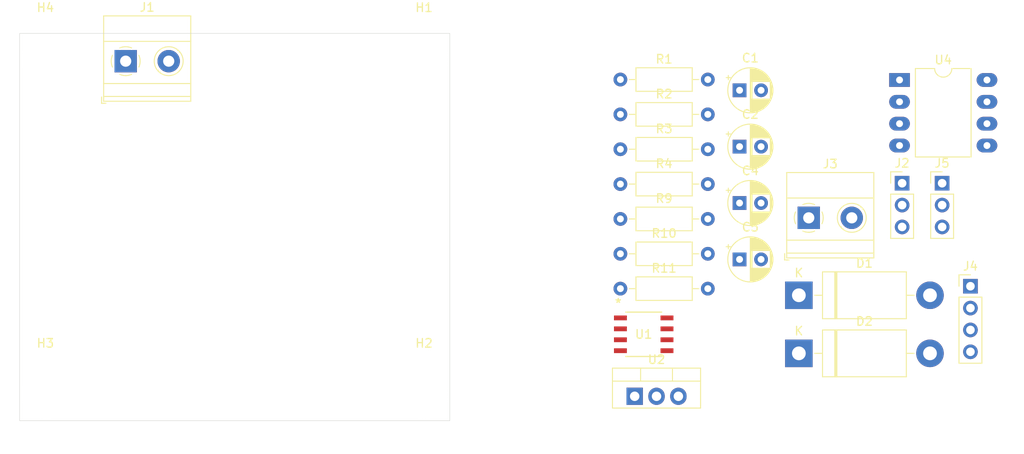
<source format=kicad_pcb>
(kicad_pcb (version 20240108) (generator "pcbnew") (generator_version "8.0")
  (layers (0 "F.Cu" signal) (31 "B.Cu" signal) (34 "B.Paste" user) (35 "F.Paste" user) (36 "B.SilkS" user "B.Silkscreen") (37 "F.SilkS" user "F.Silkscreen") (38 "B.Mask" user) (39 "F.Mask" user) (44 "Edge.Cuts" user))
  (net 0 "")
  (net 1 "Net-(D1-A)")
  (net 2 "GND")
  (net 3 "+5V")
  (net 4 "+3.3V")
  (net 5 "Net-(D2-A)")
  (net 6 "Vcurrent")
  (net 7 "Vpanel")
  (net 8 "Net-(U4A-+)")
  (net 9 "Vout")
  (net 10 "Vamp1")
  (net 11 "Net-(U4B-+)")
  (net 12 "DIR")
  (net 13 "POT_CS")
  (net 14 "STEP")
  (net 15 "Pot-")
  (net 17 "Pot+")
  (footprint "Diode_THT:D_DO-201AD_P15.24mm_Horizontal" (layer "F.Cu") (at 112.56 92.68)
    (property "Reference" "D2" (at 7.62 -3.72 0) (layer "F.SilkS"))
    (property "Value" "1N5822")
    (fp_text user "K" (at 0 -2.6 0) (layer "F.SilkS"))
    (pad "1" thru_hole rect (at 0 0) (size 3.2 3.2) (drill 1.6) (layers "*.Cu" "*.Mask") (net 4 "+3.3V"))
    (pad "2" thru_hole oval (at 15.24 0) (size 3.2 3.2) (drill 1.6) (layers "*.Cu" "*.Mask") (net 5 "Net-(D2-A)"))
  )
  (footprint "Capacitor_THT:CP_Radial_D5.0mm_P2.50mm" (layer "F.Cu") (at 105.669775 62.11)
    (property "Reference" "C1" (at 1.25 -3.75 0) (layer "F.SilkS"))
    (property "Value" "1u")
    (pad "1" thru_hole rect (at 0 0) (size 1.6 1.6) (drill 0.8) (layers "*.Cu" "*.Mask") (net 1 "Net-(D1-A)"))
    (pad "2" thru_hole circle (at 2.5 0) (size 1.6 1.6) (drill 0.8) (layers "*.Cu" "*.Mask") (net 2 "GND"))
  )
  (footprint "Connector_PinHeader_2.54mm:PinHeader_1x04_P2.54mm_Vertical" (layer "F.Cu") (at 132.5 84.88)
    (property "Reference" "J4" (at 0 -2.33 0) (layer "F.SilkS"))
    (property "Value" "Conn_01x04_Pin")
    (pad "1" thru_hole rect (at 0 0) (size 1.7 1.7) (drill 1) (layers "*.Cu" "*.Mask") (net 2 "GND"))
    (pad "2" thru_hole oval (at 0 2.54) (size 1.7 1.7) (drill 1) (layers "*.Cu" "*.Mask") (net 1 "Net-(D1-A)"))
    (pad "3" thru_hole oval (at 0 5.08) (size 1.7 1.7) (drill 1) (layers "*.Cu" "*.Mask") (net 5 "Net-(D2-A)"))
    (pad "4" thru_hole oval (at 0 7.62) (size 1.7 1.7) (drill 1) (layers "*.Cu" "*.Mask") (net 4 "+3.3V"))
  )
  (footprint "footprints:SOIC8_3P9116X4P9022_INR" (layer "F.Cu") (at 94.5296 90.4663)
    (property "Reference" "U1" (at 0 0 0) (layer "F.SilkS"))
    (property "Value" "X9C103S")
    (fp_text user "*" (at -2.9591 -3.6068 0) (layer "F.SilkS"))
    (fp_text user "*" (at -2.9591 -3.6068 0) (layer "F.SilkS"))
    (pad "1" smd rect (at -2.7051 -1.905) (size 1.4986 0.5588) (layers "F.Cu" "F.Paste" "F.Mask") (net 14 "STEP"))
    (pad "2" smd rect (at -2.7051 -0.635) (size 1.4986 0.5588) (layers "F.Cu" "F.Paste" "F.Mask") (net 12 "DIR"))
    (pad "3" smd rect (at -2.7051 0.635) (size 1.4986 0.5588) (layers "F.Cu" "F.Paste" "F.Mask"))
    (pad "4" smd rect (at -2.7051 1.905) (size 1.4986 0.5588) (layers "F.Cu" "F.Paste" "F.Mask") (net 2 "GND"))
    (pad "5" smd rect (at 2.7051 1.905) (size 1.4986 0.5588) (layers "F.Cu" "F.Paste" "F.Mask") (net 17 "Pot+"))
    (pad "6" smd rect (at 2.7051 0.635) (size 1.4986 0.5588) (layers "F.Cu" "F.Paste" "F.Mask") (net 15 "Pot-"))
    (pad "7" smd rect (at 2.7051 -0.635) (size 1.4986 0.5588) (layers "F.Cu" "F.Paste" "F.Mask") (net 13 "POT_CS"))
    (pad "8" smd rect (at 2.7051 -1.905) (size 1.4986 0.5588) (layers "F.Cu" "F.Paste" "F.Mask") (net 3 "+5V"))
  )
  (footprint "Resistor_THT:R_Axial_DIN0207_L6.3mm_D2.5mm_P10.16mm_Horizontal" (layer "F.Cu") (at 91.82 73.01)
    (property "Reference" "R4" (at 5.08 -2.37 0) (layer "F.SilkS"))
    (property "Value" "4.7k")
    (pad "1" thru_hole circle (at 0 0) (size 1.6 1.6) (drill 0.8) (layers "*.Cu" "*.Mask") (net 10 "Vamp1"))
    (pad "2" thru_hole oval (at 10.16 0) (size 1.6 1.6) (drill 0.8) (layers "*.Cu" "*.Mask") (net 5 "Net-(D2-A)"))
  )
  (footprint "Package_TO_SOT_THT:TO-220-3_Vertical" (layer "F.Cu") (at 93.48 97.67)
    (property "Reference" "U2" (at 2.54 -4.27 0) (layer "F.SilkS"))
    (property "Value" "AMS1117-3.3")
    (pad "1" thru_hole rect (at 0 0) (size 1.905 2) (drill 1.1) (layers "*.Cu" "*.Mask") (net 2 "GND"))
    (pad "2" thru_hole oval (at 2.54 0) (size 1.905 2) (drill 1.1) (layers "*.Cu" "*.Mask") (net 4 "+3.3V"))
    (pad "3" thru_hole oval (at 5.08 0) (size 1.905 2) (drill 1.1) (layers "*.Cu" "*.Mask") (net 3 "+5V"))
  )
  (footprint "TerminalBlock_Phoenix:TerminalBlock_Phoenix_MKDS-1,5-2_1x02_P5.00mm_Horizontal" (layer "F.Cu") (at 113.71 76.93)
    (property "Reference" "J3" (at 2.5 -6.26 0) (layer "F.SilkS"))
    (property "Value" "Screw_Terminal_01x02")
    (pad "1" thru_hole rect (at 0 0) (size 2.6 2.6) (drill 1.3) (layers "*.Cu" "*.Mask") (net 2 "GND"))
    (pad "2" thru_hole circle (at 5 0) (size 2.6 2.6) (drill 1.3) (layers "*.Cu" "*.Mask") (net 3 "+5V"))
  )
  (footprint "Capacitor_THT:CP_Radial_D5.0mm_P2.50mm" (layer "F.Cu") (at 105.669775 81.76)
    (property "Reference" "C5" (at 1.25 -3.75 0) (layer "F.SilkS"))
    (property "Value" "10u")
    (pad "1" thru_hole rect (at 0 0) (size 1.6 1.6) (drill 0.8) (layers "*.Cu" "*.Mask") (net 4 "+3.3V"))
    (pad "2" thru_hole circle (at 2.5 0) (size 1.6 1.6) (drill 0.8) (layers "*.Cu" "*.Mask") (net 2 "GND"))
  )
  (footprint "Connector_PinHeader_2.54mm:PinHeader_1x03_P2.54mm_Vertical" (layer "F.Cu") (at 129.21 72.91)
    (property "Reference" "J5" (at 0 -2.33 0) (layer "F.SilkS"))
    (property "Value" "Conn_01x03_Pin")
    (pad "1" thru_hole rect (at 0 0) (size 1.7 1.7) (drill 1) (layers "*.Cu" "*.Mask") (net 13 "POT_CS"))
    (pad "2" thru_hole oval (at 0 2.54) (size 1.7 1.7) (drill 1) (layers "*.Cu" "*.Mask") (net 12 "DIR"))
    (pad "3" thru_hole oval (at 0 5.08) (size 1.7 1.7) (drill 1) (layers "*.Cu" "*.Mask") (net 14 "STEP"))
  )
  (footprint "MountingHole:MountingHole_5mm" (layer "F.Cu") (at 69 97.5)
    (property "Reference" "H2" (at 0 -6 0) (layer "F.SilkS"))
    (property "Value" "MountingHole")
    (pad "" np_thru_hole circle (at 0 0) (size 5 5) (drill 5) (layers "*.Cu" "*.Mask"))
  )
  (footprint "Resistor_THT:R_Axial_DIN0207_L6.3mm_D2.5mm_P10.16mm_Horizontal" (layer "F.Cu") (at 91.82 85.16)
    (property "Reference" "R11" (at 5.08 -2.37 0) (layer "F.SilkS"))
    (property "Value" "100k")
    (pad "1" thru_hole circle (at 0 0) (size 1.6 1.6) (drill 0.8) (layers "*.Cu" "*.Mask") (net 11 "Net-(U4B-+)"))
    (pad "2" thru_hole oval (at 10.16 0) (size 1.6 1.6) (drill 0.8) (layers "*.Cu" "*.Mask") (net 7 "Vpanel"))
  )
  (footprint "Capacitor_THT:CP_Radial_D5.0mm_P2.50mm" (layer "F.Cu") (at 105.669775 75.21)
    (property "Reference" "C4" (at 1.25 -3.75 0) (layer "F.SilkS"))
    (property "Value" "10u")
    (pad "1" thru_hole rect (at 0 0) (size 1.6 1.6) (drill 0.8) (layers "*.Cu" "*.Mask") (net 3 "+5V"))
    (pad "2" thru_hole circle (at 2.5 0) (size 1.6 1.6) (drill 0.8) (layers "*.Cu" "*.Mask") (net 2 "GND"))
  )
  (footprint "Resistor_THT:R_Axial_DIN0207_L6.3mm_D2.5mm_P10.16mm_Horizontal" (layer "F.Cu") (at 91.82 64.91)
    (property "Reference" "R2" (at 5.08 -2.37 0) (layer "F.SilkS"))
    (property "Value" "10k")
    (pad "1" thru_hole circle (at 0 0) (size 1.6 1.6) (drill 0.8) (layers "*.Cu" "*.Mask") (net 8 "Net-(U4A-+)"))
    (pad "2" thru_hole oval (at 10.16 0) (size 1.6 1.6) (drill 0.8) (layers "*.Cu" "*.Mask") (net 2 "GND"))
  )
  (footprint "MountingHole:MountingHole_5mm" (layer "F.Cu") (at 25 97.5)
    (property "Reference" "H3" (at 0 -6 0) (layer "F.SilkS"))
    (property "Value" "MountingHole")
    (pad "" np_thru_hole circle (at 0 0) (size 5 5) (drill 5) (layers "*.Cu" "*.Mask"))
  )
  (footprint "Connector_PinHeader_2.54mm:PinHeader_1x03_P2.54mm_Vertical" (layer "F.Cu") (at 124.56 72.91)
    (property "Reference" "J2" (at 0 -2.33 0) (layer "F.SilkS"))
    (property "Value" "Conn_01x03_Socket")
    (pad "1" thru_hole rect (at 0 0) (size 1.7 1.7) (drill 1) (layers "*.Cu" "*.Mask") (net 3 "+5V"))
    (pad "2" thru_hole oval (at 0 2.54) (size 1.7 1.7) (drill 1) (layers "*.Cu" "*.Mask") (net 6 "Vcurrent"))
    (pad "3" thru_hole oval (at 0 5.08) (size 1.7 1.7) (drill 1) (layers "*.Cu" "*.Mask") (net 2 "GND"))
  )
  (footprint "TerminalBlock_Phoenix:TerminalBlock_Phoenix_MKDS-1,5-2_1x02_P5.00mm_Horizontal" (layer "F.Cu") (at 34.33 58.725)
    (property "Reference" "J1" (at 2.5 -6.26 0) (layer "F.SilkS"))
    (property "Value" "Screw_Terminal_01x02")
    (pad "1" thru_hole rect (at 0 0) (size 2.6 2.6) (drill 1.3) (layers "*.Cu" "*.Mask") (net 2 "GND"))
    (pad "2" thru_hole circle (at 5 0) (size 2.6 2.6) (drill 1.3) (layers "*.Cu" "*.Mask") (net 7 "Vpanel"))
  )
  (footprint "Capacitor_THT:CP_Radial_D5.0mm_P2.50mm" (layer "F.Cu") (at 105.669775 68.66)
    (property "Reference" "C2" (at 1.25 -3.75 0) (layer "F.SilkS"))
    (property "Value" "1u")
    (pad "1" thru_hole rect (at 0 0) (size 1.6 1.6) (drill 0.8) (layers "*.Cu" "*.Mask") (net 5 "Net-(D2-A)"))
    (pad "2" thru_hole circle (at 2.5 0) (size 1.6 1.6) (drill 0.8) (layers "*.Cu" "*.Mask") (net 2 "GND"))
  )
  (footprint "Package_DIP:DIP-8_W10.16mm_LongPads" (layer "F.Cu") (at 124.26 60.91)
    (property "Reference" "U4" (at 5.08 -2.33 0) (layer "F.SilkS"))
    (property "Value" "LM358")
    (pad "1" thru_hole rect (at 0 0) (size 2.4 1.6) (drill 0.8) (layers "*.Cu" "*.Mask") (net 10 "Vamp1"))
    (pad "2" thru_hole oval (at 0 2.54) (size 2.4 1.6) (drill 0.8) (layers "*.Cu" "*.Mask") (net 10 "Vamp1"))
    (pad "3" thru_hole oval (at 0 5.08) (size 2.4 1.6) (drill 0.8) (layers "*.Cu" "*.Mask") (net 8 "Net-(U4A-+)"))
    (pad "4" thru_hole oval (at 0 7.62) (size 2.4 1.6) (drill 0.8) (layers "*.Cu" "*.Mask") (net 2 "GND"))
    (pad "5" thru_hole oval (at 10.16 7.62) (size 2.4 1.6) (drill 0.8) (layers "*.Cu" "*.Mask") (net 11 "Net-(U4B-+)"))
    (pad "6" thru_hole oval (at 10.16 5.08) (size 2.4 1.6) (drill 0.8) (layers "*.Cu" "*.Mask") (net 15 "Pot-"))
    (pad "7" thru_hole oval (at 10.16 2.54) (size 2.4 1.6) (drill 0.8) (layers "*.Cu" "*.Mask") (net 17 "Pot+"))
    (pad "8" thru_hole oval (at 10.16 0) (size 2.4 1.6) (drill 0.8) (layers "*.Cu" "*.Mask") (net 3 "+5V"))
  )
  (footprint "Resistor_THT:R_Axial_DIN0207_L6.3mm_D2.5mm_P10.16mm_Horizontal" (layer "F.Cu") (at 91.82 77.06)
    (property "Reference" "R9" (at 5.08 -2.37 0) (layer "F.SilkS"))
    (property "Value" "1.5k")
    (pad "1" thru_hole circle (at 0 0) (size 1.6 1.6) (drill 0.8) (layers "*.Cu" "*.Mask") (net 2 "GND"))
    (pad "2" thru_hole oval (at 10.16 0) (size 1.6 1.6) (drill 0.8) (layers "*.Cu" "*.Mask") (net 15 "Pot-"))
  )
  (footprint "MountingHole:MountingHole_5mm" (layer "F.Cu") (at 25 58.5)
    (property "Reference" "H4" (at 0 -6 0) (layer "F.SilkS"))
    (property "Value" "MountingHole")
    (pad "" np_thru_hole circle (at 0 0) (size 5 5) (drill 5) (layers "*.Cu" "*.Mask"))
  )
  (footprint "Diode_THT:D_DO-201AD_P15.24mm_Horizontal" (layer "F.Cu") (at 112.56 85.93)
    (property "Reference" "D1" (at 7.62 -3.72 0) (layer "F.SilkS"))
    (property "Value" "1N5822")
    (fp_text user "K" (at 0 -2.6 0) (layer "F.SilkS"))
    (pad "1" thru_hole rect (at 0 0) (size 3.2 3.2) (drill 1.6) (layers "*.Cu" "*.Mask") (net 4 "+3.3V"))
    (pad "2" thru_hole oval (at 15.24 0) (size 3.2 3.2) (drill 1.6) (layers "*.Cu" "*.Mask") (net 1 "Net-(D1-A)"))
  )
  (footprint "Resistor_THT:R_Axial_DIN0207_L6.3mm_D2.5mm_P10.16mm_Horizontal" (layer "F.Cu") (at 91.82 60.86)
    (property "Reference" "R1" (at 5.08 -2.37 0) (layer "F.SilkS"))
    (property "Value" "22k")
    (pad "1" thru_hole circle (at 0 0) (size 1.6 1.6) (drill 0.8) (layers "*.Cu" "*.Mask") (net 6 "Vcurrent"))
    (pad "2" thru_hole oval (at 10.16 0) (size 1.6 1.6) (drill 0.8) (layers "*.Cu" "*.Mask") (net 8 "Net-(U4A-+)"))
  )
  (footprint "Resistor_THT:R_Axial_DIN0207_L6.3mm_D2.5mm_P10.16mm_Horizontal" (layer "F.Cu") (at 91.82 68.96)
    (property "Reference" "R3" (at 5.08 -2.37 0) (layer "F.SilkS"))
    (property "Value" "4.7k")
    (pad "1" thru_hole circle (at 0 0) (size 1.6 1.6) (drill 0.8) (layers "*.Cu" "*.Mask") (net 9 "Vout"))
    (pad "2" thru_hole oval (at 10.16 0) (size 1.6 1.6) (drill 0.8) (layers "*.Cu" "*.Mask") (net 1 "Net-(D1-A)"))
  )
  (footprint "MountingHole:MountingHole_5mm" (layer "F.Cu") (at 69 58.5)
    (property "Reference" "H1" (at 0 -6 0) (layer "F.SilkS"))
    (property "Value" "MountingHole")
    (pad "" np_thru_hole circle (at 0 0) (size 5 5) (drill 5) (layers "*.Cu" "*.Mask"))
  )
  (footprint "Resistor_THT:R_Axial_DIN0207_L6.3mm_D2.5mm_P10.16mm_Horizontal" (layer "F.Cu") (at 91.82 81.11)
    (property "Reference" "R10" (at 5.08 -2.37 0) (layer "F.SilkS"))
    (property "Value" "2.2k")
    (pad "1" thru_hole circle (at 0 0) (size 1.6 1.6) (drill 0.8) (layers "*.Cu" "*.Mask") (net 2 "GND"))
    (pad "2" thru_hole oval (at 10.16 0) (size 1.6 1.6) (drill 0.8) (layers "*.Cu" "*.Mask") (net 11 "Net-(U4B-+)"))
  )
  (gr_rect (start 22 55.5) (end 72 100.5) (stroke (width 0.05)) (fill none) (layer "Edge.Cuts"))
)
</source>
